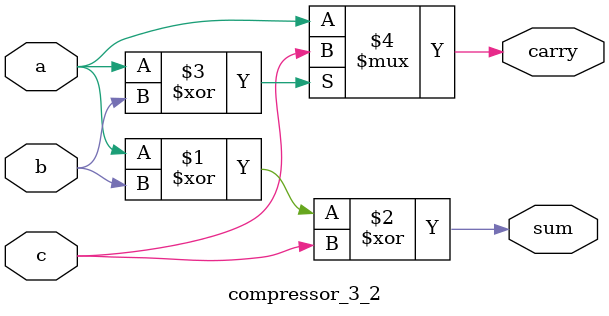
<source format=v>
`timescale 1ns / 1ps
module compressor_3_2(a,b,c,sum,carry);

input	a;
input	b;
input	c;
output	sum;
output	carry;
 
 
assign sum = a ^ b ^ c;
assign carry = (a ^ b) ? c : a;
 
endmodule //compress_3_2
 
</source>
